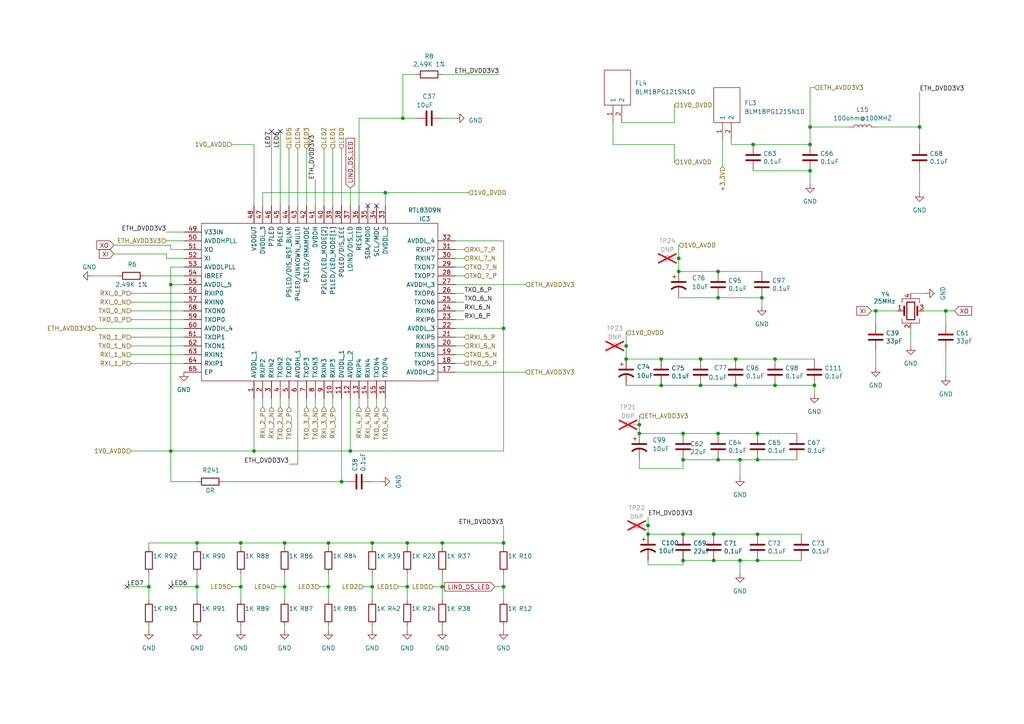
<source format=kicad_sch>
(kicad_sch (version 20231120) (generator "eeschema") (generator_version "8.0")
  (paper "A4")
  (lib_symbols
    (symbol "BLM18PG121SN1D:BLM18PG121SN1D" (pin_names (offset 0.762))
      (property "Reference" "FL" (at 16.51 7.62 0))
      (property "Value" "BLM18PG121SN1D" (at 16.51 5.08 0))
      (symbol "BLM18PG121SN1D_0_0"
        (pin passive line (at 0 0 0) (length 5.08) (name "1") (number "1"))
        (pin passive line (at 0 -2.54 0) (length 5.08) (name "2") (number "2"))
      )
      (symbol "BLM18PG121SN1D_0_1"
        (polyline (pts (xy 5.08 2.54) (xy 15.24 2.54) (xy 15.24 -5.08) (xy 5.08 -5.08) (xy 5.08 2.54)) (stroke (width 0.1524)))
      )
    )
    (symbol "Connector:TestPoint" (pin_numbers hide) (pin_names (offset 0.762) hide)
      (property "Reference" "TP" (at 0 6.858 0))
      (property "Value" "TestPoint" (at 0 5.08 0))
      (symbol "TestPoint_0_1"
        (circle (center 0 3.302) (radius 0.762))
      )
      (symbol "TestPoint_1_1"
        (pin passive line (at 0 0 90) (length 2.54) (name "1") (number "1"))
      )
    )
    (symbol "Device:C" (pin_numbers hide) (pin_names (offset 0.254))
      (property "Reference" "C" (at 0.635 2.54 0))
      (property "Value" "C" (at 0.635 -2.54 0))
      (symbol "C_0_1"
        (polyline (pts (xy -2.032 -0.762) (xy 2.032 -0.762)) (stroke (width 0.508)))
        (polyline (pts (xy -2.032 0.762) (xy 2.032 0.762)) (stroke (width 0.508)))
      )
      (symbol "C_1_1"
        (pin passive line (at 0 3.81 270) (length 2.794) (name "~") (number "1"))
        (pin passive line (at 0 -3.81 90) (length 2.794) (name "~") (number "2"))
      )
    )
    (symbol "Device:C_Polarized_US" (pin_numbers hide) (pin_names (offset 0.254) hide)
      (property "Reference" "C" (at 0.635 2.54 0))
      (property "Value" "C_Polarized_US" (at 0.635 -2.54 0))
      (symbol "C_Polarized_US_0_1"
        (polyline (pts (xy -2.032 0.762) (xy 2.032 0.762)) (stroke (width 0.508)))
        (polyline (pts (xy -1.778 2.286) (xy -0.762 2.286)))
        (polyline (pts (xy -1.27 1.778) (xy -1.27 2.794)))
        (arc (start 2.032 -1.27) (mid 0 -0.5572) (end -2.032 -1.27) (stroke (width 0.508)))
      )
      (symbol "C_Polarized_US_1_1"
        (pin passive line (at 0 3.81 270) (length 2.794) (name "~") (number "1"))
        (pin passive line (at 0 -3.81 90) (length 3.302) (name "~") (number "2"))
      )
    )
    (symbol "Device:Crystal_GND2" (pin_names (offset 1.016) hide)
      (property "Reference" "Y" (at -6.604 4.318 0))
      (property "Value" "Crystal_GND2" (at -10.414 -2.794 0))
      (symbol "Crystal_GND2_0_1"
        (rectangle (start -1.143 2.54) (end 1.143 -2.54) (stroke (width 0.3048)))
        (polyline (pts (xy -2.54 0) (xy -1.905 0)))
        (polyline (pts (xy -1.905 -1.27) (xy -1.905 1.27)) (stroke (width 0.508)))
        (polyline (pts (xy 0 -3.81) (xy 0 -3.556)))
        (polyline (pts (xy 0 3.81) (xy 0 3.556)))
        (polyline (pts (xy 1.905 0) (xy 2.54 0)))
        (polyline (pts (xy 1.905 1.27) (xy 1.905 -1.27)) (stroke (width 0.508)))
        (polyline (pts (xy -2.54 -2.286) (xy -2.54 -3.556) (xy 2.54 -3.556) (xy 2.54 -2.286)))
        (polyline (pts (xy 2.54 2.286) (xy 2.54 3.556) (xy -2.54 3.556) (xy -2.54 2.286)))
      )
      (symbol "Crystal_GND2_1_1"
        (pin passive line (at -3.81 0 0) (length 1.27) (name "1") (number "1"))
        (pin passive line (at 0 -5.08 90) (length 1.27) (name "2") (number "2"))
        (pin passive line (at 3.81 0 180) (length 1.27) (name "3") (number "3"))
        (pin passive line (at 0 5.08 270) (length 1.27) (name "4") (number "4"))
      )
    )
    (symbol "Device:L" (pin_numbers hide) (pin_names (offset 1.016) hide)
      (property "Reference" "L" (at -1.27 0 90))
      (property "Value" "L" (at 1.905 0 90))
      (symbol "L_0_1"
        (arc (start 0 -2.54) (mid 0.6323 -1.905) (end 0 -1.27))
        (arc (start 0 -1.27) (mid 0.6323 -0.635) (end 0 0))
        (arc (start 0 0) (mid 0.6323 0.635) (end 0 1.27))
        (arc (start 0 1.27) (mid 0.6323 1.905) (end 0 2.54))
      )
      (symbol "L_1_1"
        (pin passive line (at 0 3.81 270) (length 1.27) (name "1") (number "1"))
        (pin passive line (at 0 -3.81 90) (length 1.27) (name "2") (number "2"))
      )
    )
    (symbol "Device:R" (pin_numbers hide) (pin_names (offset 0))
      (property "Reference" "R" (at 2.032 0 90))
      (property "Value" "R" (at 0 0 90))
      (symbol "R_0_1"
        (rectangle (start -1.016 -2.54) (end 1.016 2.54) (stroke (width 0.254)))
      )
      (symbol "R_1_1"
        (pin passive line (at 0 3.81 270) (length 1.27) (name "~") (number "1"))
        (pin passive line (at 0 -3.81 90) (length 1.27) (name "~") (number "2"))
      )
    )
    (symbol "RTL8309N:RTL8309N" (pin_names (offset 0.762))
      (property "Reference" "IC" (at 52.07 20.32 0))
      (property "Value" "RTL8309N" (at 52.07 17.78 0))
      (symbol "RTL8309N_0_0"
        (pin passive line (at 0 0 0) (length 5.08) (name "AVDDL_1") (number "1"))
        (pin passive line (at 0 -22.86 0) (length 5.08) (name "RXIP3") (number "10"))
        (pin passive line (at 0 -25.4 0) (length 5.08) (name "DVDDL_1") (number "11"))
        (pin passive line (at 0 -27.94 0) (length 5.08) (name "AVDDL_2") (number "12"))
        (pin passive line (at 0 -30.48 0) (length 5.08) (name "RXIP4") (number "13"))
        (pin passive line (at 0 -33.02 0) (length 5.08) (name "RXIN4") (number "14"))
        (pin passive line (at 0 -35.56 0) (length 5.08) (name "TXON4") (number "15"))
        (pin passive line (at 0 -38.1 0) (length 5.08) (name "TXOP4") (number "16"))
        (pin passive line (at 7.62 -58.42 90) (length 5.08) (name "AVDDH_2") (number "17"))
        (pin passive line (at 10.16 -58.42 90) (length 5.08) (name "TXOP5") (number "18"))
        (pin passive line (at 12.7 -58.42 90) (length 5.08) (name "TXON5") (number "19"))
        (pin passive line (at 0 -2.54 0) (length 5.08) (name "RXIP2") (number "2"))
        (pin passive line (at 15.24 -58.42 90) (length 5.08) (name "RXIN5") (number "20"))
        (pin passive line (at 17.78 -58.42 90) (length 5.08) (name "RXIP5") (number "21"))
        (pin passive line (at 20.32 -58.42 90) (length 5.08) (name "AVDDL_3") (number "22"))
        (pin passive line (at 22.86 -58.42 90) (length 5.08) (name "RXIP6") (number "23"))
        (pin passive line (at 25.4 -58.42 90) (length 5.08) (name "RXIN6") (number "24"))
        (pin passive line (at 27.94 -58.42 90) (length 5.08) (name "TXON6") (number "25"))
        (pin passive line (at 30.48 -58.42 90) (length 5.08) (name "TXOP6") (number "26"))
        (pin passive line (at 33.02 -58.42 90) (length 5.08) (name "AVDDH_3") (number "27"))
        (pin passive line (at 35.56 -58.42 90) (length 5.08) (name "TXOP7") (number "28"))
        (pin passive line (at 38.1 -58.42 90) (length 5.08) (name "TXON7") (number "29"))
        (pin passive line (at 0 -5.08 0) (length 5.08) (name "RXIN2") (number "3"))
        (pin passive line (at 40.64 -58.42 90) (length 5.08) (name "RXIN7") (number "30"))
        (pin passive line (at 43.18 -58.42 90) (length 5.08) (name "RXIP7") (number "31"))
        (pin passive line (at 45.72 -58.42 90) (length 5.08) (name "AVDDL_4") (number "32"))
        (pin passive line (at 55.88 -38.1 180) (length 5.08) (name "DVDDL_2") (number "33"))
        (pin passive line (at 55.88 -35.56 180) (length 5.08) (name "SCL/MDC") (number "34"))
        (pin passive line (at 55.88 -33.02 180) (length 5.08) (name "SDA/MDIO") (number "35"))
        (pin passive line (at 55.88 -30.48 180) (length 5.08) (name "RESETB") (number "36"))
        (pin passive line (at 55.88 -27.94 180) (length 5.08) (name "LDIND/DIS_LD") (number "37"))
        (pin passive line (at 55.88 -25.4 180) (length 5.08) (name "P0LED/DIS_EEE") (number "38"))
        (pin passive line (at 55.88 -22.86 180) (length 5.08) (name "P1LED/LED_MODE[1]") (number "39"))
        (pin passive line (at 0 -7.62 0) (length 5.08) (name "TXON2") (number "4"))
        (pin passive line (at 55.88 -20.32 180) (length 5.08) (name "P2LED/LED_MODE[2]") (number "40"))
        (pin passive line (at 55.88 -17.78 180) (length 5.08) (name "DVDDH") (number "41"))
        (pin passive line (at 55.88 -15.24 180) (length 5.08) (name "P3LED/RMAMODE") (number "42"))
        (pin passive line (at 55.88 -12.7 180) (length 5.08) (name "P4LED/UNKOWN_MULTI") (number "43"))
        (pin passive line (at 55.88 -10.16 180) (length 5.08) (name "P5LED/DIS_RST_BLNK") (number "44"))
        (pin passive line (at 55.88 -7.62 180) (length 5.08) (name "P6LED") (number "45"))
        (pin passive line (at 55.88 -5.08 180) (length 5.08) (name "P7LED") (number "46"))
        (pin passive line (at 55.88 -2.54 180) (length 5.08) (name "DVDDL_3") (number "47"))
        (pin passive line (at 55.88 0 180) (length 5.08) (name "V10OUT") (number "48"))
        (pin passive line (at 48.26 20.32 270) (length 5.08) (name "V33IN") (number "49"))
        (pin passive line (at 0 -10.16 0) (length 5.08) (name "TXOP2") (number "5"))
        (pin passive line (at 45.72 20.32 270) (length 5.08) (name "AVDDHPLL") (number "50"))
        (pin passive line (at 43.18 20.32 270) (length 5.08) (name "XO") (number "51"))
        (pin passive line (at 40.64 20.32 270) (length 5.08) (name "XI") (number "52"))
        (pin passive line (at 38.1 20.32 270) (length 5.08) (name "AVDDLPLL") (number "53"))
        (pin passive line (at 35.56 20.32 270) (length 5.08) (name "IBREF") (number "54"))
        (pin passive line (at 33.02 20.32 270) (length 5.08) (name "AVDDL_5") (number "55"))
        (pin passive line (at 30.48 20.32 270) (length 5.08) (name "RXIP0") (number "56"))
        (pin passive line (at 27.94 20.32 270) (length 5.08) (name "RXIN0") (number "57"))
        (pin passive line (at 25.4 20.32 270) (length 5.08) (name "TXON0") (number "58"))
        (pin passive line (at 22.86 20.32 270) (length 5.08) (name "TXOP0") (number "59"))
        (pin passive line (at 0 -12.7 0) (length 5.08) (name "AVDDH_1") (number "6"))
        (pin passive line (at 20.32 20.32 270) (length 5.08) (name "AVDDH_4") (number "60"))
        (pin passive line (at 17.78 20.32 270) (length 5.08) (name "TXOP1") (number "61"))
        (pin passive line (at 15.24 20.32 270) (length 5.08) (name "TXON1") (number "62"))
        (pin passive line (at 12.7 20.32 270) (length 5.08) (name "RXIN1") (number "63"))
        (pin passive line (at 10.16 20.32 270) (length 5.08) (name "RXIP1") (number "64"))
        (pin passive line (at 7.62 20.32 270) (length 5.08) (name "EP") (number "65"))
        (pin passive line (at 0 -15.24 0) (length 5.08) (name "TXOP3") (number "7"))
        (pin passive line (at 0 -17.78 0) (length 5.08) (name "TXON3") (number "8"))
        (pin passive line (at 0 -20.32 0) (length 5.08) (name "RXIN3") (number "9"))
      )
      (symbol "RTL8309N_0_1"
        (polyline (pts (xy 5.08 15.24) (xy 50.8 15.24) (xy 50.8 -53.34) (xy 5.08 -53.34) (xy 5.08 15.24)) (stroke (width 0.1524)))
      )
    )
    (symbol "power:GND" (power) (pin_names (offset 0))
      (property "Value" "GND" (at 0 -3.81 0))
      (symbol "GND_0_1"
        (polyline (pts (xy 0 0) (xy 0 -1.27) (xy 1.27 -1.27) (xy 0 -2.54) (xy -1.27 -1.27) (xy 0 -1.27)))
      )
      (symbol "GND_1_1"
        (pin power_in line (at 0 0 270) (length 0) hide (name "GND") (number "1"))
      )
    )
  )
  (junction (at 234.95 49.53))
  (junction (at 218.44 41.91))
  (junction (at 118.11 157.48))
  (junction (at 49.53 82.55))
  (junction (at 128.27 157.48))
  (junction (at 220.98 86.36))
  (junction (at 198.12 125.73))
  (junction (at 191.77 111.76))
  (junction (at 118.11 170.18))
  (junction (at 234.95 36.83))
  (junction (at 198.12 133.35))
  (junction (at 219.71 154.94))
  (junction (at 187.96 154.94))
  (junction (at 95.25 170.18))
  (junction (at 208.28 78.74))
  (junction (at 214.63 133.35))
  (junction (at 219.71 125.73))
  (junction (at 196.85 74.93))
  (junction (at 99.06 139.7))
  (junction (at 198.12 154.94))
  (junction (at 116.84 34.29))
  (junction (at 208.28 133.35))
  (junction (at 234.95 41.91))
  (junction (at 57.15 170.18))
  (junction (at 266.7 36.83))
  (junction (at 208.28 86.36))
  (junction (at 57.15 157.48))
  (junction (at 146.05 157.48))
  (junction (at 236.22 111.76))
  (junction (at 203.2 104.14))
  (junction (at 69.85 170.18))
  (junction (at 213.36 111.76))
  (junction (at 146.05 170.18))
  (junction (at 82.55 157.48))
  (junction (at 219.71 133.35))
  (junction (at 254 90.17))
  (junction (at 73.66 130.81))
  (junction (at 43.18 170.18))
  (junction (at 181.61 104.14))
  (junction (at 146.05 95.25))
  (junction (at 213.36 104.14))
  (junction (at 207.01 162.56))
  (junction (at 82.55 170.18))
  (junction (at 224.79 104.14))
  (junction (at 196.85 78.74))
  (junction (at 207.01 154.94))
  (junction (at 198.12 162.56))
  (junction (at 107.95 170.18))
  (junction (at 274.32 90.17))
  (junction (at 191.77 104.14))
  (junction (at 203.2 111.76))
  (junction (at 208.28 125.73))
  (junction (at 107.95 157.48))
  (junction (at 181.61 100.33))
  (junction (at 219.71 162.56))
  (junction (at 187.96 152.4))
  (junction (at 214.63 162.56))
  (junction (at 95.25 157.48))
  (junction (at 101.6 130.81))
  (junction (at 69.85 157.48))
  (junction (at 111.76 55.88))
  (junction (at 224.79 111.76))
  (junction (at 128.27 170.18))
  (junction (at 185.42 123.19))
  (junction (at 49.53 130.81))
  (junction (at 185.42 125.73))
  (no_connect (at 109.22 59.69))
  (no_connect (at 36.83 170.18))
  (no_connect (at 81.28 38.1))
  (no_connect (at 106.68 59.69))
  (no_connect (at 78.74 38.1))
  (no_connect (at 49.53 170.18))
  (wire (pts (xy 266.7 26.67) (xy 266.7 36.83)))
  (wire (pts (xy 128.27 21.59) (xy 144.78 21.59)))
  (wire (pts (xy 203.2 111.76) (xy 213.36 111.76)))
  (wire (pts (xy 146.05 130.81) (xy 146.05 95.25)))
  (wire (pts (xy 82.55 157.48) (xy 95.25 157.48)))
  (wire (pts (xy 38.1 87.63) (xy 53.34 87.63)))
  (wire (pts (xy 146.05 157.48) (xy 146.05 158.75)))
  (wire (pts (xy 181.61 104.14) (xy 191.77 104.14)))
  (wire (pts (xy 207.01 154.94) (xy 219.71 154.94)))
  (wire (pts (xy 134.62 90.17) (xy 132.08 90.17)))
  (wire (pts (xy 83.82 118.11) (xy 83.82 115.57)))
  (wire (pts (xy 214.63 162.56) (xy 219.71 162.56)))
  (wire (pts (xy 196.85 74.93) (xy 196.85 78.74)))
  (wire (pts (xy 106.68 118.11) (xy 106.68 115.57)))
  (wire (pts (xy 48.26 69.85) (xy 53.34 69.85)))
  (wire (pts (xy 111.76 55.88) (xy 111.76 59.69)))
  (wire (pts (xy 218.44 41.91) (xy 234.95 41.91)))
  (wire (pts (xy 120.65 21.59) (xy 116.84 21.59)))
  (wire (pts (xy 115.57 170.18) (xy 118.11 170.18)))
  (wire (pts (xy 57.15 157.48) (xy 69.85 157.48)))
  (wire (pts (xy 132.08 69.85) (xy 146.05 69.85)))
  (wire (pts (xy 132.08 82.55) (xy 152.4 82.55)))
  (wire (pts (xy 95.25 166.37) (xy 95.25 170.18)))
  (wire (pts (xy 181.61 111.76) (xy 191.77 111.76)))
  (wire (pts (xy 267.97 90.17) (xy 274.32 90.17)))
  (wire (pts (xy 76.2 59.69) (xy 76.2 55.88)))
  (wire (pts (xy 208.28 78.74) (xy 220.98 78.74)))
  (wire (pts (xy 57.15 170.18) (xy 57.15 173.99)))
  (wire (pts (xy 99.06 139.7) (xy 100.33 139.7)))
  (wire (pts (xy 107.95 166.37) (xy 107.95 170.18)))
  (wire (pts (xy 187.96 163.83) (xy 198.12 163.83)))
  (wire (pts (xy 101.6 130.81) (xy 146.05 130.81)))
  (wire (pts (xy 212.09 41.91) (xy 218.44 41.91)))
  (wire (pts (xy 78.74 118.11) (xy 78.74 115.57)))
  (wire (pts (xy 99.06 115.57) (xy 99.06 139.7)))
  (wire (pts (xy 214.63 162.56) (xy 214.63 166.37)))
  (wire (pts (xy 191.77 104.14) (xy 203.2 104.14)))
  (wire (pts (xy 57.15 139.7) (xy 49.53 139.7)))
  (wire (pts (xy 146.05 152.4) (xy 146.05 157.48)))
  (wire (pts (xy 146.05 170.18) (xy 146.05 173.99)))
  (wire (pts (xy 49.53 82.55) (xy 49.53 130.81)))
  (wire (pts (xy 101.6 115.57) (xy 101.6 130.81)))
  (wire (pts (xy 88.9 118.11) (xy 88.9 115.57)))
  (wire (pts (xy 214.63 133.35) (xy 219.71 133.35)))
  (wire (pts (xy 105.41 170.18) (xy 107.95 170.18)))
  (wire (pts (xy 107.95 181.61) (xy 107.95 182.88)))
  (wire (pts (xy 99.06 139.7) (xy 64.77 139.7)))
  (wire (pts (xy 36.83 170.18) (xy 43.18 170.18)))
  (wire (pts (xy 195.58 35.56) (xy 195.58 30.48)))
  (wire (pts (xy 86.36 43.18) (xy 86.36 59.69)))
  (wire (pts (xy 38.1 130.81) (xy 49.53 130.81)))
  (wire (pts (xy 99.06 43.18) (xy 99.06 59.69)))
  (wire (pts (xy 49.53 72.39) (xy 53.34 72.39)))
  (wire (pts (xy 82.55 170.18) (xy 82.55 173.99)))
  (wire (pts (xy 96.52 118.11) (xy 96.52 115.57)))
  (wire (pts (xy 43.18 157.48) (xy 43.18 158.75)))
  (wire (pts (xy 260.35 90.17) (xy 254 90.17)))
  (wire (pts (xy 88.9 43.18) (xy 88.9 59.69)))
  (wire (pts (xy 254 36.83) (xy 266.7 36.83)))
  (wire (pts (xy 101.6 54.61) (xy 101.6 59.69)))
  (wire (pts (xy 212.09 40.64) (xy 212.09 41.91)))
  (wire (pts (xy 196.85 71.12) (xy 196.85 74.93)))
  (wire (pts (xy 209.55 40.64) (xy 209.55 48.26)))
  (wire (pts (xy 268.4096 85.09) (xy 264.16 85.09)))
  (wire (pts (xy 107.95 157.48) (xy 107.95 158.75)))
  (wire (pts (xy 252.73 90.17) (xy 254 90.17)))
  (wire (pts (xy 180.34 35.56) (xy 195.58 35.56)))
  (wire (pts (xy 191.77 111.76) (xy 203.2 111.76)))
  (wire (pts (xy 181.61 100.33) (xy 181.61 104.14)))
  (wire (pts (xy 128.27 157.48) (xy 146.05 157.48)))
  (wire (pts (xy 274.32 90.17) (xy 274.32 93.98)))
  (wire (pts (xy 198.12 135.89) (xy 198.12 133.35)))
  (wire (pts (xy 49.53 77.47) (xy 49.53 82.55)))
  (wire (pts (xy 128.27 181.61) (xy 128.27 182.88)))
  (wire (pts (xy 185.42 125.73) (xy 198.12 125.73)))
  (wire (pts (xy 26.67 80.01) (xy 34.29 80.01)))
  (wire (pts (xy 43.18 181.61) (xy 43.18 182.88)))
  (wire (pts (xy 95.25 157.48) (xy 107.95 157.48)))
  (wire (pts (xy 219.71 133.35) (xy 231.14 133.35)))
  (wire (pts (xy 234.95 25.4) (xy 234.95 36.83)))
  (wire (pts (xy 49.53 130.81) (xy 73.66 130.81)))
  (wire (pts (xy 203.2 104.14) (xy 213.36 104.14)))
  (wire (pts (xy 128.27 170.18) (xy 128.27 173.99)))
  (wire (pts (xy 134.62 74.93) (xy 132.08 74.93)))
  (wire (pts (xy 134.62 85.09) (xy 132.08 85.09)))
  (wire (pts (xy 48.26 67.31) (xy 53.34 67.31)))
  (wire (pts (xy 208.28 86.36) (xy 220.98 86.36)))
  (wire (pts (xy 208.28 133.35) (xy 214.63 133.35)))
  (wire (pts (xy 69.85 181.61) (xy 69.85 182.88)))
  (wire (pts (xy 38.1 85.09) (xy 53.34 85.09)))
  (wire (pts (xy 118.11 166.37) (xy 118.11 170.18)))
  (wire (pts (xy 220.98 86.36) (xy 220.98 88.9)))
  (wire (pts (xy 109.22 118.11) (xy 109.22 115.57)))
  (wire (pts (xy 274.32 90.17) (xy 276.86 90.17)))
  (wire (pts (xy 187.96 154.94) (xy 198.12 154.94)))
  (wire (pts (xy 49.53 130.81) (xy 49.53 139.7)))
  (wire (pts (xy 86.36 134.62) (xy 86.36 115.57)))
  (wire (pts (xy 134.62 72.39) (xy 132.08 72.39)))
  (wire (pts (xy 38.1 105.41) (xy 53.34 105.41)))
  (wire (pts (xy 207.01 162.56) (xy 214.63 162.56)))
  (wire (pts (xy 132.08 107.95) (xy 152.4 107.95)))
  (wire (pts (xy 49.53 82.55) (xy 53.34 82.55)))
  (wire (pts (xy 146.05 166.37) (xy 146.05 170.18)))
  (wire (pts (xy 41.91 80.01) (xy 53.34 80.01)))
  (wire (pts (xy 254 90.17) (xy 254 93.98)))
  (wire (pts (xy 38.1 90.17) (xy 53.34 90.17)))
  (wire (pts (xy 43.18 166.37) (xy 43.18 170.18)))
  (wire (pts (xy 128.27 166.37) (xy 128.27 170.18)))
  (wire (pts (xy 69.85 166.37) (xy 69.85 170.18)))
  (wire (pts (xy 185.42 123.19) (xy 185.42 125.73)))
  (wire (pts (xy 198.12 163.83) (xy 198.12 162.56)))
  (wire (pts (xy 33.02 73.66) (xy 48.26 73.66)))
  (wire (pts (xy 67.31 41.91) (xy 73.66 41.91)))
  (wire (pts (xy 254 106.68) (xy 254 101.6)))
  (wire (pts (xy 76.2 118.11) (xy 76.2 115.57)))
  (wire (pts (xy 134.62 77.47) (xy 132.08 77.47)))
  (wire (pts (xy 195.58 41.91) (xy 195.58 46.99)))
  (wire (pts (xy 43.18 157.48) (xy 57.15 157.48)))
  (wire (pts (xy 38.1 100.33) (xy 53.34 100.33)))
  (wire (pts (xy 27.94 95.25) (xy 53.34 95.25)))
  (wire (pts (xy 198.12 162.56) (xy 207.01 162.56)))
  (wire (pts (xy 91.44 52.07) (xy 91.44 59.69)))
  (wire (pts (xy 234.95 36.83) (xy 234.95 41.91)))
  (wire (pts (xy 214.63 138.43) (xy 214.63 133.35)))
  (wire (pts (xy 134.62 92.71) (xy 132.08 92.71)))
  (wire (pts (xy 38.1 92.71) (xy 53.34 92.71)))
  (wire (pts (xy 196.85 78.74) (xy 208.28 78.74)))
  (wire (pts (xy 57.15 181.61) (xy 57.15 182.88)))
  (wire (pts (xy 132.08 34.29) (xy 128.27 34.29)))
  (wire (pts (xy 146.05 181.61) (xy 146.05 182.88)))
  (wire (pts (xy 82.55 181.61) (xy 82.55 182.88)))
  (wire (pts (xy 118.11 170.18) (xy 118.11 173.99)))
  (wire (pts (xy 81.28 118.11) (xy 81.28 115.57)))
  (wire (pts (xy 93.98 43.18) (xy 93.98 59.69)))
  (wire (pts (xy 83.82 134.62) (xy 86.36 134.62)))
  (wire (pts (xy 224.79 104.14) (xy 213.36 104.14)))
  (wire (pts (xy 234.95 53.34) (xy 234.95 49.53)))
  (wire (pts (xy 80.01 170.18) (xy 82.55 170.18)))
  (wire (pts (xy 198.12 125.73) (xy 208.28 125.73)))
  (wire (pts (xy 73.66 130.81) (xy 101.6 130.81)))
  (wire (pts (xy 143.51 170.18) (xy 146.05 170.18)))
  (wire (pts (xy 246.38 36.83) (xy 234.95 36.83)))
  (wire (pts (xy 135.89 55.88) (xy 111.76 55.88)))
  (wire (pts (xy 78.74 38.1) (xy 78.74 59.69)))
  (wire (pts (xy 96.52 43.18) (xy 96.52 59.69)))
  (wire (pts (xy 92.71 170.18) (xy 95.25 170.18)))
  (wire (pts (xy 104.14 118.11) (xy 104.14 115.57)))
  (wire (pts (xy 116.84 21.59) (xy 116.84 34.29)))
  (wire (pts (xy 134.62 87.63) (xy 132.08 87.63)))
  (wire (pts (xy 118.11 157.48) (xy 118.11 158.75)))
  (wire (pts (xy 48.26 74.93) (xy 53.34 74.93)))
  (wire (pts (xy 134.62 97.79) (xy 132.08 97.79)))
  (wire (pts (xy 177.8 35.56) (xy 177.8 41.91)))
  (wire (pts (xy 81.28 38.1) (xy 81.28 59.69)))
  (wire (pts (xy 82.55 166.37) (xy 82.55 170.18)))
  (wire (pts (xy 69.85 157.48) (xy 82.55 157.48)))
  (wire (pts (xy 57.15 157.48) (xy 57.15 158.75)))
  (wire (pts (xy 134.62 102.87) (xy 132.08 102.87)))
  (wire (pts (xy 196.85 86.36) (xy 208.28 86.36)))
  (wire (pts (xy 111.76 118.11) (xy 111.76 115.57)))
  (wire (pts (xy 107.95 157.48) (xy 118.11 157.48)))
  (wire (pts (xy 95.25 157.48) (xy 95.25 158.75)))
  (wire (pts (xy 134.62 100.33) (xy 132.08 100.33)))
  (wire (pts (xy 132.08 95.25) (xy 146.05 95.25)))
  (wire (pts (xy 49.53 170.18) (xy 57.15 170.18)))
  (wire (pts (xy 57.15 166.37) (xy 57.15 170.18)))
  (wire (pts (xy 73.66 41.91) (xy 73.66 59.69)))
  (wire (pts (xy 219.71 154.94) (xy 232.41 154.94)))
  (wire (pts (xy 93.98 118.11) (xy 93.98 115.57)))
  (wire (pts (xy 76.2 55.88) (xy 111.76 55.88)))
  (wire (pts (xy 107.95 170.18) (xy 107.95 173.99)))
  (wire (pts (xy 218.44 49.53) (xy 234.95 49.53)))
  (wire (pts (xy 33.02 71.12) (xy 49.53 71.12)))
  (wire (pts (xy 67.31 170.18) (xy 69.85 170.18)))
  (wire (pts (xy 198.12 133.35) (xy 208.28 133.35)))
  (wire (pts (xy 224.79 111.76) (xy 236.22 111.76)))
  (wire (pts (xy 118.11 157.48) (xy 128.27 157.48)))
  (wire (pts (xy 128.27 157.48) (xy 128.27 158.75)))
  (wire (pts (xy 95.25 170.18) (xy 95.25 173.99)))
  (wire (pts (xy 266.7 36.83) (xy 266.7 41.91)))
  (wire (pts (xy 134.62 105.41) (xy 132.08 105.41)))
  (wire (pts (xy 187.96 162.56) (xy 187.96 163.83)))
  (wire (pts (xy 224.79 104.14) (xy 236.22 104.14)))
  (wire (pts (xy 48.26 73.66) (xy 48.26 74.93)))
  (wire (pts (xy 185.42 133.35) (xy 185.42 135.89)))
  (wire (pts (xy 38.1 97.79) (xy 53.34 97.79)))
  (wire (pts (xy 236.22 111.76) (xy 236.22 114.3)))
  (wire (pts (xy 104.14 34.29) (xy 104.14 59.69)))
  (wire (pts (xy 219.71 162.56) (xy 232.41 162.56)))
  (wire (pts (xy 236.22 25.4) (xy 234.95 25.4)))
  (wire (pts (xy 95.25 181.61) (xy 95.25 182.88)))
  (wire (pts (xy 134.62 80.01) (xy 132.08 80.01)))
  (wire (pts (xy 185.42 120.65) (xy 185.42 123.19)))
  (wire (pts (xy 73.66 115.57) (xy 73.66 130.81)))
  (wire (pts (xy 198.12 154.94) (xy 207.01 154.94)))
  (wire (pts (xy 187.96 152.4) (xy 187.96 154.94)))
  (wire (pts (xy 219.71 125.73) (xy 231.14 125.73)))
  (wire (pts (xy 264.16 100.33) (xy 264.16 95.25)))
  (wire (pts (xy 49.53 71.12) (xy 49.53 72.39)))
  (wire (pts (xy 118.11 181.61) (xy 118.11 182.88)))
  (wire (pts (xy 83.82 43.18) (xy 83.82 59.69)))
  (wire (pts (xy 82.55 157.48) (xy 82.55 158.75)))
  (wire (pts (xy 266.7 55.88) (xy 266.7 49.53)))
  (wire (pts (xy 187.96 149.86) (xy 187.96 152.4)))
  (wire (pts (xy 208.28 125.73) (xy 219.71 125.73)))
  (wire (pts (xy 185.42 135.89) (xy 198.12 135.89)))
  (wire (pts (xy 274.32 109.22) (xy 274.32 101.6)))
  (wire (pts (xy 181.61 96.52) (xy 181.61 100.33)))
  (wire (pts (xy 120.65 34.29) (xy 116.84 34.29)))
  (wire (pts (xy 177.8 41.91) (xy 195.58 41.91)))
  (wire (pts (xy 43.18 170.18) (xy 43.18 173.99)))
  (wire (pts (xy 110.49 139.7) (xy 107.95 139.7)))
  (wire (pts (xy 69.85 170.18) (xy 69.85 173.99)))
  (wire (pts (xy 38.1 102.87) (xy 53.34 102.87)))
  (wire (pts (xy 69.85 157.48) (xy 69.85 158.75)))
  (wire (pts (xy 146.05 69.85) (xy 146.05 95.25)))
  (wire (pts (xy 53.34 77.47) (xy 49.53 77.47)))
  (wire (pts (xy 116.84 34.29) (xy 104.14 34.29)))
  (wire (pts (xy 213.36 111.76) (xy 224.79 111.76)))
  (wire (pts (xy 125.73 170.18) (xy 128.27 170.18)))
  (wire (pts (xy 91.44 118.11) (xy 91.44 115.57)))
  (label "ETH_DVDD3V3" (at 144.78 21.59 180))
  (label "RXI_6_P" (at 134.62 92.71 0))
  (label "RXI_6_N" (at 134.62 90.17 0))
  (label "LED6" (at 81.28 38.1 270))
  (label "TXO_6_N" (at 134.62 87.63 0))
  (label "LED7" (at 36.83 170.18 0))
  (label "ETH_DVDD3V3" (at 83.82 134.62 180))
  (label "ETH_DVDD3V3" (at 146.05 152.4 180))
  (label "ETH_DVDD3V3" (at 187.96 149.86 0))
  (label "ETH_DVDD3V3" (at 266.7 26.67 0))
  (label "TXO_6_P" (at 134.62 85.09 0))
  (label "LED7" (at 78.74 38.1 270))
  (label "ETH_DVDD3V3" (at 48.26 67.31 180))
  (label "ETH_DVDD3V3" (at 91.44 52.07 90))
  (label "LED6" (at 49.53 170.18 0))
  (global_label "XO" (shape input) (at 33.02 71.12 180) (property "Intersheetrefs" "${INTERSHEET_REFS}" (effects (hide yes))))
  (global_label "XO" (shape input) (at 276.86 90.17 0) (property "Intersheetrefs" "${INTERSHEET_REFS}" (effects (hide yes))))
  (global_label "LIND_DS_LED" (shape input) (at 101.6 54.61 90) (property "Intersheetrefs" "${INTERSHEET_REFS}" (effects (hide yes))))
  (global_label "LIND_DS_LED" (shape input) (at 143.51 170.18 180) (property "Intersheetrefs" "${INTERSHEET_REFS}" (effects (hide yes))))
  (global_label "XI" (shape input) (at 33.02 73.66 180) (property "Intersheetrefs" "${INTERSHEET_REFS}" (effects (hide yes))))
  (global_label "XI" (shape input) (at 252.73 90.17 180) (property "Intersheetrefs" "${INTERSHEET_REFS}" (effects (hide yes))))
  (hierarchical_label "RXI_2_P" (shape input) (at 76.2 118.11 270) (property "Intersheetrefs" "${INTERSHEET_REFS}" (effects (hide yes))))
  (hierarchical_label "LED5" (shape input) (at 83.82 43.18 90))
  (hierarchical_label "TXO_2_N" (shape input) (at 81.28 118.11 270) (property "Intersheetrefs" "${INTERSHEET_REFS}" (effects (hide yes))))
  (hierarchical_label "LED0" (shape input) (at 125.73 170.18 180))
  (hierarchical_label "1V0_AVDD" (shape input) (at 196.85 71.12 0))
  (hierarchical_label "RXI_2_N" (shape input) (at 78.74 118.11 270) (property "Intersheetrefs" "${INTERSHEET_REFS}" (effects (hide yes))))
  (hierarchical_label "LED0" (shape input) (at 99.06 43.18 90))
  (hierarchical_label "RXI_0_N" (shape input) (at 38.1 87.63 180) (property "Intersheetrefs" "${INTERSHEET_REFS}" (effects (hide yes))))
  (hierarchical_label "RXI_0_P" (shape input) (at 38.1 85.09 180) (property "Intersheetrefs" "${INTERSHEET_REFS}" (effects (hide yes))))
  (hierarchical_label "TXO_0_N" (shape input) (at 38.1 90.17 180) (property "Intersheetrefs" "${INTERSHEET_REFS}" (effects (hide yes))))
  (hierarchical_label "RXI_4_N" (shape input) (at 106.68 118.11 270) (property "Intersheetrefs" "${INTERSHEET_REFS}" (effects (hide yes))))
  (hierarchical_label "ETH_AVDD3V3" (shape input) (at 48.26 69.85 180))
  (hierarchical_label "1V0_AVDD" (shape input) (at 195.58 46.99 0))
  (hierarchical_label "1V0_AVDD" (shape input) (at 67.31 41.91 180))
  (hierarchical_label "LED5" (shape input) (at 67.31 170.18 180))
  (hierarchical_label "ETH_AVDD3V3" (shape input) (at 27.94 95.25 180))
  (hierarchical_label "1V0_AVDD" (shape input) (at 38.1 130.81 180))
  (hierarchical_label "RXI_4_P" (shape input) (at 104.14 118.11 270) (property "Intersheetrefs" "${INTERSHEET_REFS}" (effects (hide yes))))
  (hierarchical_label "RXI_3_P" (shape input) (at 96.52 118.11 270) (property "Intersheetrefs" "${INTERSHEET_REFS}" (effects (hide yes))))
  (hierarchical_label "TXO_3_N" (shape input) (at 91.44 118.11 270) (property "Intersheetrefs" "${INTERSHEET_REFS}" (effects (hide yes))))
  (hierarchical_label "LED2" (shape input) (at 93.98 43.18 90))
  (hierarchical_label "TXO_0_P" (shape input) (at 38.1 92.71 180) (property "Intersheetrefs" "${INTERSHEET_REFS}" (effects (hide yes))))
  (hierarchical_label "TXO_4_P" (shape input) (at 111.76 118.11 270) (property "Intersheetrefs" "${INTERSHEET_REFS}" (effects (hide yes))))
  (hierarchical_label "ETH_AVDD3V3" (shape input) (at 185.42 120.65 0))
  (hierarchical_label "TXO_3_P" (shape input) (at 88.9 118.11 270) (property "Intersheetrefs" "${INTERSHEET_REFS}" (effects (hide yes))))
  (hierarchical_label "LED1" (shape input) (at 96.52 43.18 90))
  (hierarchical_label "TXO_1_N" (shape input) (at 38.1 100.33 180) (property "Intersheetrefs" "${INTERSHEET_REFS}" (effects (hide yes))))
  (hierarchical_label "TXO_7_P" (shape input) (at 134.62 80.01 0) (property "Intersheetrefs" "${INTERSHEET_REFS}" (effects (hide yes))))
  (hierarchical_label "1V0_DVDD" (shape input) (at 181.61 96.52 0))
  (hierarchical_label "LED4" (shape input) (at 80.01 170.18 180))
  (hierarchical_label "LED3" (shape input) (at 88.9 43.18 90))
  (hierarchical_label "1V0_DVDD" (shape input) (at 135.89 55.88 0))
  (hierarchical_label "ETH_AVDD3V3" (shape input) (at 152.4 107.95 0))
  (hierarchical_label "RXI_5_P" (shape input) (at 134.62 97.79 0) (property "Intersheetrefs" "${INTERSHEET_REFS}" (effects (hide yes))))
  (hierarchical_label "+3.3V" (shape input) (at 209.55 48.26 270))
  (hierarchical_label "TXO_5_P" (shape input) (at 134.62 105.41 0) (property "Intersheetrefs" "${INTERSHEET_REFS}" (effects (hide yes))))
  (hierarchical_label "ETH_AVDD3V3" (shape input) (at 152.4 82.55 0))
  (hierarchical_label "RXI_1_P" (shape input) (at 38.1 105.41 180) (property "Intersheetrefs" "${INTERSHEET_REFS}" (effects (hide yes))))
  (hierarchical_label "1V0_DVDD" (shape input) (at 195.58 30.48 0))
  (hierarchical_label "TXO_2_P" (shape input) (at 83.82 118.11 270) (property "Intersheetrefs" "${INTERSHEET_REFS}" (effects (hide yes))))
  (hierarchical_label "RXI_7_N" (shape input) (at 134.62 74.93 0) (property "Intersheetrefs" "${INTERSHEET_REFS}" (effects (hide yes))))
  (hierarchical_label "RXI_5_N" (shape input) (at 134.62 100.33 0) (property "Intersheetrefs" "${INTERSHEET_REFS}" (effects (hide yes))))
  (hierarchical_label "RXI_7_P" (shape input) (at 134.62 72.39 0) (property "Intersheetrefs" "${INTERSHEET_REFS}" (effects (hide yes))))
  (hierarchical_label "RXI_3_N" (shape input) (at 93.98 118.11 270) (property "Intersheetrefs" "${INTERSHEET_REFS}" (effects (hide yes))))
  (hierarchical_label "ETH_AVDD3V3" (shape input) (at 236.22 25.4 0))
  (hierarchical_label "LED2" (shape input) (at 105.41 170.18 180))
  (hierarchical_label "TXO_1_P" (shape input) (at 38.1 97.79 180) (property "Intersheetrefs" "${INTERSHEET_REFS}" (effects (hide yes))))
  (hierarchical_label "LED4" (shape input) (at 86.36 43.18 90))
  (hierarchical_label "TXO_4_N" (shape input) (at 109.22 118.11 270) (property "Intersheetrefs" "${INTERSHEET_REFS}" (effects (hide yes))))
  (hierarchical_label "TXO_5_N" (shape input) (at 134.62 102.87 0) (property "Intersheetrefs" "${INTERSHEET_REFS}" (effects (hide yes))))
  (hierarchical_label "RXI_1_N" (shape input) (at 38.1 102.87 180) (property "Intersheetrefs" "${INTERSHEET_REFS}" (effects (hide yes))))
  (hierarchical_label "LED3" (shape input) (at 92.71 170.18 180))
  (hierarchical_label "LED1" (shape input) (at 115.57 170.18 180))
  (hierarchical_label "TXO_7_N" (shape input) (at 134.62 77.47 0) (property "Intersheetrefs" "${INTERSHEET_REFS}" (effects (hide yes))))
  (symbol (lib_id "Connector:TestPoint") (at 187.96 152.4 90) (unit 1) (dnp yes)
    (property "Reference" "TP22" (at 184.658 147.32 90))
    (property "Value" "DNP" (at 184.658 149.86 90))
    (property "Footprint" "Connector_Pin:Pin_D1.0mm_L10.0mm" (effects (hide yes)))
    (property "Description" "test point" (effects (hide yes)))
  )
  (symbol (lib_id "Device:C") (at 274.32 97.79 0) (unit 1)
    (property "Reference" "C61" (at 277.241 96.6216 0) (effects (justify left)))
    (property "Value" "33pF" (at 277.241 98.933 0) (effects (justify left)))
    (property "Footprint" "Capacitor_SMD:C_0603_1608Metric" (effects (hide yes)))
  )
  (symbol (lib_id "Device:C") (at 208.28 129.54 0) (unit 1)
    (property "Reference" "C64" (at 211.201 128.3716 0) (effects (justify left)))
    (property "Value" "0.1uF" (at 211.201 130.683 0) (effects (justify left)))
    (property "Footprint" "Capacitor_SMD:C_0402_1005Metric" (effects (hide yes)))
  )
  (symbol (lib_id "Device:R") (at 69.85 162.56 180) (unit 1)
    (property "Reference" "R88" (at 76.2 161.29 0))
    (property "Value" "1K" (at 72.39 161.29 0))
    (property "Footprint" "Resistor_SMD:R_0603_1608Metric" (effects (hide yes)))
  )
  (symbol (lib_id "power:GND") (at 220.98 88.9 0) (unit 1)
    (property "Reference" "#PWR051" (effects (hide yes)))
    (property "Value" "GND" (at 220.98 93.98 0))
  )
  (symbol (lib_id "Device:R") (at 95.25 177.8 180) (unit 1)
    (property "Reference" "R85" (at 101.6 176.53 0))
    (property "Value" "1K" (at 97.79 176.53 0))
    (property "Footprint" "Resistor_SMD:R_0603_1608Metric" (effects (hide yes)))
  )
  (symbol (lib_id "Device:C") (at 104.14 139.7 90) (unit 1)
    (property "Reference" "C38" (at 102.9716 136.779 0) (effects (justify left)))
    (property "Value" "0.1uF" (at 105.283 136.779 0) (effects (justify left)))
    (property "Footprint" "Capacitor_SMD:C_0402_1005Metric" (effects (hide yes)))
  )
  (symbol (lib_id "Device:C") (at 203.2 107.95 0) (unit 1)
    (property "Reference" "C77" (at 207.01 106.68 0) (effects (justify left)))
    (property "Value" "0.1uF" (at 205.486 109.474 0) (effects (justify left)))
    (property "Footprint" "Capacitor_SMD:C_0402_1005Metric" (effects (hide yes)))
  )
  (symbol (lib_id "Device:C_Polarized_US") (at 181.61 107.95 0) (unit 1)
    (property "Reference" "C74" (at 184.658 106.426 0) (effects (justify left)))
    (property "Value" "10uF" (at 184.658 108.966 0) (effects (justify left)))
    (property "Footprint" "Capacitor_SMD:C_Elec_3x5.4" (effects (hide yes)))
    (property "Description" "Polarized capacitor, US symbol" (effects (hide yes)))
  )
  (symbol (lib_id "Device:Crystal_GND2") (at 264.16 90.17 0) (unit 1)
    (property "Reference" "Y4" (at 256.794 85.344 0))
    (property "Value" "25MHz" (at 256.54 87.376 0))
    (property "Footprint" "Crystal:Crystal_SMD_3225-4Pin_3.2x2.5mm" (effects (hide yes)))
    (property "Description" "Three pin crystal, GND on pin 2" (effects (hide yes)))
  )
  (symbol (lib_id "Device:C") (at 208.28 82.55 0) (unit 1)
    (property "Reference" "C95" (at 211.201 81.3816 0) (effects (justify left)))
    (property "Value" "0.1uF" (at 211.201 83.693 0) (effects (justify left)))
    (property "Footprint" "Capacitor_SMD:C_0402_1005Metric" (effects (hide yes)))
  )
  (symbol (lib_id "Connector:TestPoint") (at 181.61 100.33 90) (unit 1) (dnp yes)
    (property "Reference" "TP23" (at 178.308 95.25 90))
    (property "Value" "DNP" (at 178.308 97.79 90))
    (property "Footprint" "Connector_Pin:Pin_D1.0mm_L10.0mm" (effects (hide yes)))
    (property "Description" "test point" (effects (hide yes)))
  )
  (symbol (lib_id "Device:R") (at 146.05 162.56 180) (unit 1)
    (property "Reference" "R10" (at 152.4 161.29 0))
    (property "Value" "1K" (at 148.59 161.29 0))
    (property "Footprint" "Resistor_SMD:R_0603_1608Metric" (effects (hide yes)))
  )
  (symbol (lib_id "power:GND") (at 95.25 182.88 0) (unit 1)
    (property "Reference" "#PWR019" (effects (hide yes)))
    (property "Value" "GND" (at 95.25 187.96 0))
  )
  (symbol (lib_id "Device:R") (at 107.95 162.56 180) (unit 1)
    (property "Reference" "R39" (at 114.3 161.29 0))
    (property "Value" "1K" (at 110.49 161.29 0))
    (property "Footprint" "Resistor_SMD:R_0603_1608Metric" (effects (hide yes)))
  )
  (symbol (lib_id "Device:R") (at 118.11 177.8 180) (unit 1)
    (property "Reference" "R24" (at 124.46 176.53 0))
    (property "Value" "1K" (at 120.65 176.53 0))
    (property "Footprint" "Resistor_SMD:R_0603_1608Metric" (effects (hide yes)))
  )
  (symbol (lib_id "power:GND") (at 69.85 182.88 0) (unit 1)
    (property "Reference" "#PWR021" (effects (hide yes)))
    (property "Value" "GND" (at 69.85 187.96 0))
  )
  (symbol (lib_id "power:GND") (at 53.34 107.95 0) (unit 1)
    (property "Reference" "#PWR034" (effects (hide yes)))
    (property "Value" "GND" (at 53.34 113.03 0))
  )
  (symbol (lib_id "power:GND") (at 234.95 53.34 0) (unit 1)
    (property "Reference" "#PWR03" (effects (hide yes)))
    (property "Value" "GND" (at 234.95 58.42 0))
  )
  (symbol (lib_id "Device:C") (at 232.41 158.75 0) (unit 1)
    (property "Reference" "C73" (at 235.331 157.5816 0) (effects (justify left)))
    (property "Value" "0.1uF" (at 235.331 159.893 0) (effects (justify left)))
    (property "Footprint" "Capacitor_SMD:C_0402_1005Metric" (effects (hide yes)))
  )
  (symbol (lib_id "Device:R") (at 128.27 177.8 180) (unit 1)
    (property "Reference" "R38" (at 134.62 176.53 0))
    (property "Value" "1K" (at 130.81 176.53 0))
    (property "Footprint" "Resistor_SMD:R_0603_1608Metric" (effects (hide yes)))
  )
  (symbol (lib_id "Device:C") (at 266.7 45.72 0) (unit 1)
    (property "Reference" "C68" (at 269.621 44.5516 0) (effects (justify left)))
    (property "Value" "0.1uF" (at 269.621 46.863 0) (effects (justify left)))
    (property "Footprint" "Capacitor_SMD:C_0402_1005Metric" (effects (hide yes)))
  )
  (symbol (lib_id "power:GND") (at 274.32 109.22 0) (unit 1)
    (property "Reference" "#PWR013" (effects (hide yes)))
    (property "Value" "GND" (at 274.32 114.3 0))
  )
  (symbol (lib_id "Device:C") (at 236.22 107.95 0) (unit 1)
    (property "Reference" "C111" (at 239.141 106.7816 0) (effects (justify left)))
    (property "Value" "0.1uF" (at 239.141 109.093 0) (effects (justify left)))
    (property "Footprint" "Capacitor_SMD:C_0402_1005Metric" (effects (hide yes)))
  )
  (symbol (lib_id "Device:R") (at 118.11 162.56 180) (unit 1)
    (property "Reference" "R23" (at 124.46 161.29 0))
    (property "Value" "1K" (at 120.65 161.29 0))
    (property "Footprint" "Resistor_SMD:R_0603_1608Metric" (effects (hide yes)))
  )
  (symbol (lib_id "Device:C_Polarized_US") (at 187.96 158.75 0) (unit 1)
    (property "Reference" "C100" (at 191.77 157.48 0) (effects (justify left)))
    (property "Value" "10uf" (at 191.008 159.766 0) (effects (justify left)))
    (property "Footprint" "Capacitor_SMD:C_Elec_3x5.4" (effects (hide yes)))
    (property "Description" "Polarized capacitor, US symbol" (effects (hide yes)))
  )
  (symbol (lib_id "Device:R") (at 38.1 80.01 270) (unit 1)
    (property "Reference" "R6" (at 38.354 76.708 90))
    (property "Value" "2.49K 1%" (at 38.1 82.55 90))
    (property "Footprint" "Resistor_SMD:R_0603_1608Metric" (effects (hide yes)))
  )
  (symbol (lib_id "Device:C") (at 234.95 45.72 0) (unit 1)
    (property "Reference" "C66" (at 237.871 44.5516 0) (effects (justify left)))
    (property "Value" "0.1uF" (at 237.871 46.863 0) (effects (justify left)))
    (property "Footprint" "Capacitor_SMD:C_0402_1005Metric" (effects (hide yes)))
  )
  (symbol (lib_id "BLM18PG121SN1D:BLM18PG121SN1D") (at 177.8 35.56 90) (unit 1)
    (property "Reference" "FL4" (at 184.15 24.1299 90) (effects (justify right)))
    (property "Value" "BLM18PG121SN1D" (at 184.15 26.6699 90) (effects (justify right)))
    (property "Footprint" "BLM18PG121SN1D:BLM18AG102BH1D" (effects (hide yes)))
    (property "Datasheet" "https://www.murata.com/en-us/products/productdetail?partno=BLM18PG121SN1%23" (effects (hide yes)))
    (property "Description" "Ferrite bead SMD 0603 120R 2A Murata Ferrite Bead (Chip Ferrite Bead), 1.6 x 0.8 x 0.8mm (0603), 120 impedance at 100 MHz" (effects (hide yes)))
    (property "Height" "0.95" (effects (hide yes)))
    (property "Manufacturer_Name" "Murata Electronics" (effects (hide yes)))
    (property "Manufacturer_Part_Number" "BLM18PG121SN1D" (effects (hide yes)))
    (property "Mouser Part Number" "81-BLM18PG121SN1D" (effects (hide yes)))
    (property "Mouser Price/Stock" "https://www.mouser.co.uk/ProductDetail/Murata-Electronics/BLM18PG121SN1D?qs=tY8e8KZalarVxhnmnUYZ1A%3D%3D" (effects (hide yes)))
    (property "Arrow Part Number" "BLM18PG121SN1D" (effects (hide yes)))
    (property "Arrow Price/Stock" "https://www.arrow.com/en/products/blm18pg121sn1d/murata-manufacturing?region=nac" (effects (hide yes)))
    (property "MPN" "BLM18PG121SN1D" (effects (hide yes)))
  )
  (symbol (lib_id "Device:C") (at 219.71 129.54 0) (unit 1)
    (property "Reference" "C65" (at 222.631 128.3716 0) (effects (justify left)))
    (property "Value" "0.1uF" (at 222.631 130.683 0) (effects (justify left)))
    (property "Footprint" "Capacitor_SMD:C_0402_1005Metric" (effects (hide yes)))
  )
  (symbol (lib_id "Connector:TestPoint") (at 185.42 123.19 90) (unit 1) (dnp yes)
    (property "Reference" "TP21" (at 182.118 118.11 90))
    (property "Value" "DNP" (at 182.118 120.65 90))
    (property "Footprint" "Connector_Pin:Pin_D1.0mm_L10.0mm" (effects (hide yes)))
    (property "Description" "test point" (effects (hide yes)))
  )
  (symbol (lib_id "power:GND") (at 236.22 114.3 0) (unit 1)
    (property "Reference" "#PWR050" (effects (hide yes)))
    (property "Value" "GND" (at 236.22 119.38 0))
  )
  (symbol (lib_id "power:GND") (at 110.49 139.7 90) (unit 1)
    (property "Reference" "#PWR010" (effects (hide yes)))
    (property "Value" "GND" (at 115.57 139.7 0))
  )
  (symbol (lib_id "Device:C") (at 124.46 34.29 90) (unit 1)
    (property "Reference" "C37" (at 124.46 27.94 90))
    (property "Value" "10uF" (at 123.19 30.48 90))
    (property "Footprint" "Capacitor_SMD:C_0603_1608Metric" (effects (hide yes)))
  )
  (symbol (lib_id "power:GND") (at 128.27 182.88 0) (unit 1)
    (property "Reference" "#PWR017" (effects (hide yes)))
    (property "Value" "GND" (at 128.27 187.96 0))
  )
  (symbol (lib_id "power:GND") (at 82.55 182.88 0) (unit 1)
    (property "Reference" "#PWR020" (effects (hide yes)))
    (property "Value" "GND" (at 82.55 187.96 0))
  )
  (symbol (lib_id "power:GND") (at 214.63 166.37 0) (unit 1)
    (property "Reference" "#PWR015" (effects (hide yes)))
    (property "Value" "GND" (at 214.63 171.45 0))
  )
  (symbol (lib_id "Device:R") (at 82.55 177.8 180) (unit 1)
    (property "Reference" "R87" (at 88.9 176.53 0))
    (property "Value" "1K" (at 85.09 176.53 0))
    (property "Footprint" "Resistor_SMD:R_0603_1608Metric" (effects (hide yes)))
  )
  (symbol (lib_id "Device:R") (at 57.15 177.8 180) (unit 1)
    (property "Reference" "R91" (at 63.5 176.53 0))
    (property "Value" "1K" (at 59.69 176.53 0))
    (property "Footprint" "Resistor_SMD:R_0603_1608Metric" (effects (hide yes)))
  )
  (symbol (lib_id "power:GND") (at 57.15 182.88 0) (unit 1)
    (property "Reference" "#PWR035" (effects (hide yes)))
    (property "Value" "GND" (at 57.15 187.96 0))
  )
  (symbol (lib_id "power:GND") (at 266.7 55.88 0) (unit 1)
    (property "Reference" "#PWR08" (effects (hide yes)))
    (property "Value" "GND" (at 266.7 60.96 0))
  )
  (symbol (lib_id "power:GND") (at 146.05 182.88 0) (unit 1)
    (property "Reference" "#PWR011" (effects (hide yes)))
    (property "Value" "GND" (at 146.05 187.96 0))
  )
  (symbol (lib_id "power:GND") (at 214.63 138.43 0) (unit 1)
    (property "Reference" "#PWR02" (effects (hide yes)))
    (property "Value" "GND" (at 214.63 143.51 0))
  )
  (symbol (lib_id "Device:R") (at 60.96 139.7 270) (unit 1)
    (property "Reference" "R241" (at 61.214 136.398 90))
    (property "Value" "0R" (at 60.96 142.24 90))
    (property "Footprint" "Resistor_SMD:R_0603_1608Metric" (effects (hide yes)))
  )
  (symbol (lib_id "Device:R") (at 57.15 162.56 180) (unit 1)
    (property "Reference" "R90" (at 63.5 161.29 0))
    (property "Value" "1K" (at 59.69 161.29 0))
    (property "Footprint" "Resistor_SMD:R_0603_1608Metric" (effects (hide yes)))
  )
  (symbol (lib_id "Device:R") (at 146.05 177.8 180) (unit 1)
    (property "Reference" "R12" (at 152.4 176.53 0))
    (property "Value" "1K" (at 148.59 176.53 0))
    (property "Footprint" "Resistor_SMD:R_0603_1608Metric" (effects (hide yes)))
  )
  (symbol (lib_id "Device:L") (at 250.19 36.83 90) (unit 1)
    (property "Reference" "L15" (at 250.19 31.75 90))
    (property "Value" "100ohm@100MHZ" (at 250.19 34.29 90))
    (property "Footprint" "Inductor_SMD:L_0603_1608Metric" (effects (hide yes)))
    (property "Description" "Inductor" (effects (hide yes)))
    (property "MPN" "GZ2012D101TF" (effects (hide yes)))
  )
  (symbol (lib_id "Device:C") (at 218.44 45.72 0) (unit 1)
    (property "Reference" "C63" (at 221.361 44.5516 0) (effects (justify left)))
    (property "Value" "0.1uF" (at 221.361 46.863 0) (effects (justify left)))
    (property "Footprint" "Capacitor_SMD:C_0402_1005Metric" (effects (hide yes)))
  )
  (symbol (lib_id "Device:C") (at 220.98 82.55 0) (unit 1)
    (property "Reference" "C97" (at 223.901 81.3816 0) (effects (justify left)))
    (property "Value" "0.1uF" (at 223.901 83.693 0) (effects (justify left)))
    (property "Footprint" "Capacitor_SMD:C_0402_1005Metric" (effects (hide yes)))
  )
  (symbol (lib_id "Device:C_Polarized_US") (at 196.85 82.55 0) (unit 1)
    (property "Reference" "C76" (at 200.66 80.6449 0) (effects (justify left)))
    (property "Value" "10uF" (at 200.66 83.1849 0) (effects (justify left)))
    (property "Footprint" "Capacitor_SMD:C_Elec_3x5.4" (effects (hide yes)))
    (property "Description" "Polarized capacitor, US symbol" (effects (hide yes)))
  )
  (symbol (lib_id "power:GND") (at 264.16 100.33 0) (unit 1)
    (property "Reference" "#PWR014" (effects (hide yes)))
    (property "Value" "GND" (at 264.16 105.41 0))
  )
  (symbol (lib_id "Connector:TestPoint") (at 196.85 74.93 90) (unit 1) (dnp yes)
    (property "Reference" "TP24" (at 193.548 69.85 90))
    (property "Value" "DNP" (at 193.548 72.39 90))
    (property "Footprint" "Connector_Pin:Pin_D1.0mm_L10.0mm" (effects (hide yes)))
    (property "Description" "test point" (effects (hide yes)))
  )
  (symbol (lib_id "power:GND") (at 43.18 182.88 0) (unit 1)
    (property "Reference" "#PWR036" (effects (hide yes)))
    (property "Value" "GND" (at 43.18 187.96 0))
  )
  (symbol (lib_id "Device:R") (at 95.25 162.56 180) (unit 1)
    (property "Reference" "R84" (at 101.6 161.29 0))
    (property "Value" "1K" (at 97.79 161.29 0))
    (property "Footprint" "Resistor_SMD:R_0603_1608Metric" (effects (hide yes)))
  )
  (symbol (lib_id "Device:R") (at 43.18 162.56 180) (unit 1)
    (property "Reference" "R92" (at 49.53 161.29 0))
    (property "Value" "1K" (at 45.72 161.29 0))
    (property "Footprint" "Resistor_SMD:R_0603_1608Metric" (effects (hide yes)))
  )
  (symbol (lib_id "Device:C") (at 224.79 107.95 0) (unit 1)
    (property "Reference" "C98" (at 227.711 106.7816 0) (effects (justify left)))
    (property "Value" "0.1uF" (at 227.711 109.093 0) (effects (justify left)))
    (property "Footprint" "Capacitor_SMD:C_0402_1005Metric" (effects (hide yes)))
  )
  (symbol (lib_id "power:GND") (at 268.4096 85.09 90) (unit 1)
    (property "Reference" "#PWR070" (effects (hide yes)))
    (property "Value" "GND" (at 273.4896 85.09 0))
  )
  (symbol (lib_id "Device:C") (at 254 97.79 0) (unit 1)
    (property "Reference" "C39" (at 256.921 96.6216 0) (effects (justify left)))
    (property "Value" "33pF" (at 256.921 98.933 0) (effects (justify left)))
    (property "Footprint" "Capacitor_SMD:C_0603_1608Metric" (effects (hide yes)))
  )
  (symbol (lib_id "power:GND") (at 26.67 80.01 270) (unit 1)
    (property "Reference" "#PWR01" (effects (hide yes)))
    (property "Value" "GND" (at 27.94 77.47 90) (effects (justify right)))
  )
  (symbol (lib_id "power:GND") (at 107.95 182.88 0) (unit 1)
    (property "Reference" "#PWR018" (effects (hide yes)))
    (property "Value" "GND" (at 107.95 187.96 0))
  )
  (symbol (lib_id "Device:R") (at 124.46 21.59 270) (unit 1)
    (property "Reference" "R8" (at 124.46 16.3322 90))
    (property "Value" "2.49K 1%" (at 124.46 18.6436 90))
    (property "Footprint" "Resistor_SMD:R_0603_1608Metric" (effects (hide yes)))
  )
  (symbol (lib_id "Device:C_Polarized_US") (at 185.42 129.54 0) (unit 1)
    (property "Reference" "C99" (at 189.23 127.6349 0) (effects (justify left)))
    (property "Value" "10uF" (at 189.23 130.1749 0) (effects (justify left)))
    (property "Footprint" "Capacitor_SMD:C_Elec_3x5.4" (effects (hide yes)))
    (property "Description" "Polarized capacitor, US symbol" (effects (hide yes)))
  )
  (symbol (lib_id "power:GND") (at 132.08 34.29 90) (unit 1)
    (property "Reference" "#PWR09" (effects (hide yes)))
    (property "Value" "GND" (at 135.89 34.925 90) (effects (justify right)))
  )
  (symbol (lib_id "BLM18PG121SN1D:BLM18PG121SN1D") (at 209.55 40.64 90) (unit 1)
    (property "Reference" "FL3" (at 215.9 29.845 90) (effects (justify right)))
    (property "Value" "BLM18PG121SN1D" (at 215.9 32.385 90) (effects (justify right)))
    (property "Footprint" "BLM18PG121SN1D:BLM18AG102BH1D" (effects (hide yes)))
    (property "Datasheet" "https://www.murata.com/en-us/products/productdetail?partno=BLM18PG121SN1%23" (effects (hide yes)))
    (property "Description" "Ferrite bead SMD 0603 120R 2A Murata Ferrite Bead (Chip Ferrite Bead), 1.6 x 0.8 x 0.8mm (0603), 120 impedance at 100 MHz" (effects (hide yes)))
    (property "Height" "0.95" (effects (hide yes)))
    (property "Manufacturer_Name" "Murata Electronics" (effects (hide yes)))
    (property "Manufacturer_Part_Number" "BLM18PG121SN1D" (effects (hide yes)))
    (property "Mouser Part Number" "81-BLM18PG121SN1D" (effects (hide yes)))
    (property "Mouser Price/Stock" "https://www.mouser.co.uk/ProductDetail/Murata-Electronics/BLM18PG121SN1D?qs=tY8e8KZalarVxhnmnUYZ1A%3D%3D" (effects (hide yes)))
    (property "Arrow Part Number" "BLM18PG121SN1D" (effects (hide yes)))
    (property "Arrow Price/Stock" "https://www.arrow.com/en/products/blm18pg121sn1d/murata-manufacturing?region=nac" (effects (hide yes)))
    (property "MPN" "BLM18PG121SN1D" (effects (hide yes)))
  )
  (symbol (lib_id "Device:C") (at 219.71 158.75 0) (unit 1)
    (property "Reference" "C72" (at 222.631 157.5816 0) (effects (justify left)))
    (property "Value" "0.1uF" (at 222.631 159.893 0) (effects (justify left)))
    (property "Footprint" "Capacitor_SMD:C_0402_1005Metric" (effects (hide yes)))
  )
  (symbol (lib_id "Device:C") (at 198.12 158.75 0) (unit 1)
    (property "Reference" "C69" (at 201.041 157.5816 0) (effects (justify left)))
    (property "Value" "22uF" (at 201.041 159.893 0) (effects (justify left)))
    (property "Footprint" "Capacitor_SMD:C_0603_1608Metric" (effects (hide yes)))
  )
  (symbol (lib_id "Device:C") (at 231.14 129.54 0) (unit 1)
    (property "Reference" "C67" (at 234.061 128.3716 0) (effects (justify left)))
    (property "Value" "0.1uF" (at 234.061 130.683 0) (effects (justify left)))
    (property "Footprint" "Capacitor_SMD:C_0402_1005Metric" (effects (hide yes)))
  )
  (symbol (lib_id "Device:C") (at 213.36 107.95 0) (unit 1)
    (property "Reference" "C96" (at 216.281 106.7816 0) (effects (justify left)))
    (property "Value" "0.1uF" (at 216.281 109.093 0) (effects (justify left)))
    (property "Footprint" "Capacitor_SMD:C_0402_1005Metric" (effects (hide yes)))
  )
  (symbol (lib_id "power:GND") (at 118.11 182.88 0) (unit 1)
    (property "Reference" "#PWR016" (effects (hide yes)))
    (property "Value" "GND" (at 118.11 187.96 0))
  )
  (symbol (lib_id "Device:R") (at 107.95 177.8 180) (unit 1)
    (property "Reference" "R42" (at 114.3 176.53 0))
    (property "Value" "1K" (at 110.49 176.53 0))
    (property "Footprint" "Resistor_SMD:R_0603_1608Metric" (effects (hide yes)))
  )
  (symbol (lib_id "Device:R") (at 43.18 177.8 180) (unit 1)
    (property "Reference" "R93" (at 49.53 176.53 0))
    (property "Value" "1K" (at 45.72 176.53 0))
    (property "Footprint" "Resistor_SMD:R_0603_1608Metric" (effects (hide yes)))
  )
  (symbol (lib_id "Device:R") (at 128.27 162.56 180) (unit 1)
    (property "Reference" "R37" (at 134.62 161.29 0))
    (property "Value" "1K" (at 130.81 161.29 0))
    (property "Footprint" "Resistor_SMD:R_0603_1608Metric" (effects (hide yes)))
  )
  (symbol (lib_id "Device:C") (at 207.01 158.75 0) (unit 1)
    (property "Reference" "C71" (at 209.931 157.5816 0) (effects (justify left)))
    (property "Value" "0.1uF" (at 209.931 159.893 0) (effects (justify left)))
    (property "Footprint" "Capacitor_SMD:C_0402_1005Metric" (effects (hide yes)))
  )
  (symbol (lib_id "RTL8309N:RTL8309N") (at 73.66 115.57 90) (unit 1)
    (property "Reference" "IC3" (at 123.19 63.5 90))
    (property "Value" "RTL8309N" (at 123.19 60.96 90))
    (property "Footprint" "RTL8309N:RTL8309N" (effects (hide yes)))
    (property "Datasheet" "https://datasheetspdf.com/pdf-file/1018050/RealtekMicroelectronics/RTL8309N/1" (effects (hide yes)))
    (property "Description" "SINGLE-CHIP 8-PORT 10/100MBPS ETHERNET SWITCH CONTROLLER" (effects (hide yes)))
    (property "Height" "0.9" (effects (hide yes)))
    (property "Manufacturer_Name" "Realtek" (effects (hide yes)))
    (property "Manufacturer_Part_Number" "RTL8309N" (effects (hide yes)))
    (property "MPN" "RTL8309N" (effects (hide yes)))
  )
  (symbol (lib_id "Device:R") (at 82.55 162.56 180) (unit 1)
    (property "Reference" "R86" (at 88.9 161.29 0))
    (property "Value" "1K" (at 85.09 161.29 0))
    (property "Footprint" "Resistor_SMD:R_0603_1608Metric" (effects (hide yes)))
  )
  (symbol (lib_id "power:GND") (at 254 106.68 0) (unit 1)
    (property "Reference" "#PWR012" (effects (hide yes)))
    (property "Value" "GND" (at 254 111.76 0))
  )
  (symbol (lib_id "Device:C") (at 191.77 107.95 0) (unit 1)
    (property "Reference" "C75" (at 194.691 106.7816 0) (effects (justify left)))
    (property "Value" "0.1uF" (at 194.691 109.093 0) (effects (justify left)))
    (property "Footprint" "Capacitor_SMD:C_0402_1005Metric" (effects (hide yes)))
  )
  (symbol (lib_id "Device:C") (at 198.12 129.54 0) (unit 1)
    (property "Reference" "C62" (at 200.152 128.7526 0) (effects (justify left)))
    (property "Value" "22uF" (at 200.152 131.064 0) (effects (justify left)))
    (property "Footprint" "Capacitor_SMD:C_0603_1608Metric" (effects (hide yes)))
  )
  (symbol (lib_id "Device:R") (at 69.85 177.8 180) (unit 1)
    (property "Reference" "R89" (at 76.2 176.53 0))
    (property "Value" "1K" (at 72.39 176.53 0))
    (property "Footprint" "Resistor_SMD:R_0603_1608Metric" (effects (hide yes)))
  )
)
</source>
